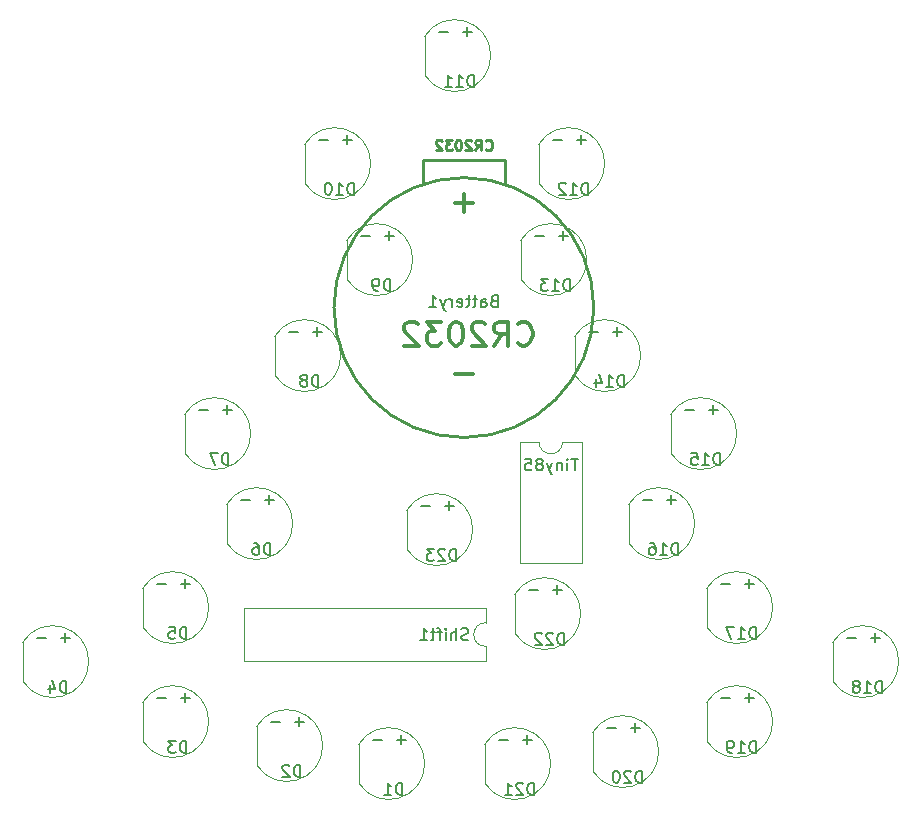
<source format=gbr>
G04 #@! TF.GenerationSoftware,KiCad,Pcbnew,(5.0.0)*
G04 #@! TF.CreationDate,2019-09-06T15:04:35-04:00*
G04 #@! TF.ProjectId,Christmas Tree,4368726973746D617320547265652E6B,rev?*
G04 #@! TF.SameCoordinates,Original*
G04 #@! TF.FileFunction,Legend,Bot*
G04 #@! TF.FilePolarity,Positive*
%FSLAX46Y46*%
G04 Gerber Fmt 4.6, Leading zero omitted, Abs format (unit mm)*
G04 Created by KiCad (PCBNEW (5.0.0)) date 09/06/19 15:04:35*
%MOMM*%
%LPD*%
G01*
G04 APERTURE LIST*
%ADD10C,0.220000*%
%ADD11C,0.250000*%
%ADD12C,0.120000*%
%ADD13C,0.150000*%
%ADD14C,0.300000*%
G04 APERTURE END LIST*
D10*
X134939809Y-79054285D02*
X134981714Y-79096190D01*
X135107428Y-79138095D01*
X135191238Y-79138095D01*
X135316952Y-79096190D01*
X135400761Y-79012380D01*
X135442666Y-78928571D01*
X135484571Y-78760952D01*
X135484571Y-78635238D01*
X135442666Y-78467619D01*
X135400761Y-78383809D01*
X135316952Y-78300000D01*
X135191238Y-78258095D01*
X135107428Y-78258095D01*
X134981714Y-78300000D01*
X134939809Y-78341904D01*
X134059809Y-79138095D02*
X134353142Y-78719047D01*
X134562666Y-79138095D02*
X134562666Y-78258095D01*
X134227428Y-78258095D01*
X134143619Y-78300000D01*
X134101714Y-78341904D01*
X134059809Y-78425714D01*
X134059809Y-78551428D01*
X134101714Y-78635238D01*
X134143619Y-78677142D01*
X134227428Y-78719047D01*
X134562666Y-78719047D01*
X133724571Y-78341904D02*
X133682666Y-78300000D01*
X133598857Y-78258095D01*
X133389333Y-78258095D01*
X133305523Y-78300000D01*
X133263619Y-78341904D01*
X133221714Y-78425714D01*
X133221714Y-78509523D01*
X133263619Y-78635238D01*
X133766476Y-79138095D01*
X133221714Y-79138095D01*
X132676952Y-78258095D02*
X132593142Y-78258095D01*
X132509333Y-78300000D01*
X132467428Y-78341904D01*
X132425523Y-78425714D01*
X132383619Y-78593333D01*
X132383619Y-78802857D01*
X132425523Y-78970476D01*
X132467428Y-79054285D01*
X132509333Y-79096190D01*
X132593142Y-79138095D01*
X132676952Y-79138095D01*
X132760761Y-79096190D01*
X132802666Y-79054285D01*
X132844571Y-78970476D01*
X132886476Y-78802857D01*
X132886476Y-78593333D01*
X132844571Y-78425714D01*
X132802666Y-78341904D01*
X132760761Y-78300000D01*
X132676952Y-78258095D01*
X132090285Y-78258095D02*
X131545523Y-78258095D01*
X131838857Y-78593333D01*
X131713142Y-78593333D01*
X131629333Y-78635238D01*
X131587428Y-78677142D01*
X131545523Y-78760952D01*
X131545523Y-78970476D01*
X131587428Y-79054285D01*
X131629333Y-79096190D01*
X131713142Y-79138095D01*
X131964571Y-79138095D01*
X132048380Y-79096190D01*
X132090285Y-79054285D01*
X131210285Y-78341904D02*
X131168380Y-78300000D01*
X131084571Y-78258095D01*
X130875047Y-78258095D01*
X130791238Y-78300000D01*
X130749333Y-78341904D01*
X130707428Y-78425714D01*
X130707428Y-78509523D01*
X130749333Y-78635238D01*
X131252190Y-79138095D01*
X130707428Y-79138095D01*
D11*
G04 #@! TO.C,Battery1*
X133096000Y-79956000D02*
X129596000Y-79956000D01*
X129596000Y-79956000D02*
X129596000Y-81956000D01*
X133096000Y-79956000D02*
X136096000Y-79956000D01*
X136096000Y-79956000D02*
X136596000Y-79956000D01*
X136596000Y-79956000D02*
X136596000Y-81956000D01*
X144096000Y-92456000D02*
G75*
G03X144096000Y-92456000I-11000000J0D01*
G01*
D12*
G04 #@! TO.C,Tiny85*
X139462000Y-103826000D02*
G75*
G03X141462000Y-103826000I1000000J0D01*
G01*
X141462000Y-103826000D02*
X143112000Y-103826000D01*
X143112000Y-103826000D02*
X143112000Y-114106000D01*
X143112000Y-114106000D02*
X137812000Y-114106000D01*
X137812000Y-114106000D02*
X137812000Y-103826000D01*
X137812000Y-103826000D02*
X139462000Y-103826000D01*
G04 #@! TO.C,D1*
X129785999Y-131065958D02*
G75*
G03X124186000Y-129424488I-3039999J1958D01*
G01*
X129785999Y-131062042D02*
G75*
G02X124186000Y-132703512I-3039999J-1958D01*
G01*
X124186000Y-129424488D02*
X124186000Y-132704488D01*
G04 #@! TO.C,D2*
X115550000Y-127900488D02*
X115550000Y-131180488D01*
X121149999Y-129538042D02*
G75*
G02X115550000Y-131179512I-3039999J-1958D01*
G01*
X121149999Y-129541958D02*
G75*
G03X115550000Y-127900488I-3039999J1958D01*
G01*
G04 #@! TO.C,D3*
X111497999Y-127509958D02*
G75*
G03X105898000Y-125868488I-3039999J1958D01*
G01*
X111497999Y-127506042D02*
G75*
G02X105898000Y-129147512I-3039999J-1958D01*
G01*
X105898000Y-125868488D02*
X105898000Y-129148488D01*
G04 #@! TO.C,D4*
X95738000Y-120788488D02*
X95738000Y-124068488D01*
X101337999Y-122426042D02*
G75*
G02X95738000Y-124067512I-3039999J-1958D01*
G01*
X101337999Y-122429958D02*
G75*
G03X95738000Y-120788488I-3039999J1958D01*
G01*
G04 #@! TO.C,D5*
X111497999Y-117857958D02*
G75*
G03X105898000Y-116216488I-3039999J1958D01*
G01*
X111497999Y-117854042D02*
G75*
G02X105898000Y-119495512I-3039999J-1958D01*
G01*
X105898000Y-116216488D02*
X105898000Y-119496488D01*
G04 #@! TO.C,D6*
X113010000Y-109104488D02*
X113010000Y-112384488D01*
X118609999Y-110742042D02*
G75*
G02X113010000Y-112383512I-3039999J-1958D01*
G01*
X118609999Y-110745958D02*
G75*
G03X113010000Y-109104488I-3039999J1958D01*
G01*
G04 #@! TO.C,D7*
X115053999Y-103125958D02*
G75*
G03X109454000Y-101484488I-3039999J1958D01*
G01*
X115053999Y-103122042D02*
G75*
G02X109454000Y-104763512I-3039999J-1958D01*
G01*
X109454000Y-101484488D02*
X109454000Y-104764488D01*
G04 #@! TO.C,D8*
X117074000Y-94880488D02*
X117074000Y-98160488D01*
X122673999Y-96518042D02*
G75*
G02X117074000Y-98159512I-3039999J-1958D01*
G01*
X122673999Y-96521958D02*
G75*
G03X117074000Y-94880488I-3039999J1958D01*
G01*
G04 #@! TO.C,D9*
X128769999Y-88393958D02*
G75*
G03X123170000Y-86752488I-3039999J1958D01*
G01*
X128769999Y-88390042D02*
G75*
G02X123170000Y-90031512I-3039999J-1958D01*
G01*
X123170000Y-86752488D02*
X123170000Y-90032488D01*
G04 #@! TO.C,D10*
X125213999Y-80265958D02*
G75*
G03X119614000Y-78624488I-3039999J1958D01*
G01*
X125213999Y-80262042D02*
G75*
G02X119614000Y-81903512I-3039999J-1958D01*
G01*
X119614000Y-78624488D02*
X119614000Y-81904488D01*
G04 #@! TO.C,D11*
X129774000Y-69480488D02*
X129774000Y-72760488D01*
X135373999Y-71118042D02*
G75*
G02X129774000Y-72759512I-3039999J-1958D01*
G01*
X135373999Y-71121958D02*
G75*
G03X129774000Y-69480488I-3039999J1958D01*
G01*
G04 #@! TO.C,D12*
X145025999Y-80265958D02*
G75*
G03X139426000Y-78624488I-3039999J1958D01*
G01*
X145025999Y-80262042D02*
G75*
G02X139426000Y-81903512I-3039999J-1958D01*
G01*
X139426000Y-78624488D02*
X139426000Y-81904488D01*
G04 #@! TO.C,D13*
X137902000Y-86752488D02*
X137902000Y-90032488D01*
X143501999Y-88390042D02*
G75*
G02X137902000Y-90031512I-3039999J-1958D01*
G01*
X143501999Y-88393958D02*
G75*
G03X137902000Y-86752488I-3039999J1958D01*
G01*
G04 #@! TO.C,D14*
X148073999Y-96521958D02*
G75*
G03X142474000Y-94880488I-3039999J1958D01*
G01*
X148073999Y-96518042D02*
G75*
G02X142474000Y-98159512I-3039999J-1958D01*
G01*
X142474000Y-94880488D02*
X142474000Y-98160488D01*
G04 #@! TO.C,D15*
X150602000Y-101484488D02*
X150602000Y-104764488D01*
X156201999Y-103122042D02*
G75*
G02X150602000Y-104763512I-3039999J-1958D01*
G01*
X156201999Y-103125958D02*
G75*
G03X150602000Y-101484488I-3039999J1958D01*
G01*
G04 #@! TO.C,D16*
X152645999Y-110745958D02*
G75*
G03X147046000Y-109104488I-3039999J1958D01*
G01*
X152645999Y-110742042D02*
G75*
G02X147046000Y-112383512I-3039999J-1958D01*
G01*
X147046000Y-109104488D02*
X147046000Y-112384488D01*
G04 #@! TO.C,D17*
X153650000Y-116216488D02*
X153650000Y-119496488D01*
X159249999Y-117854042D02*
G75*
G02X153650000Y-119495512I-3039999J-1958D01*
G01*
X159249999Y-117857958D02*
G75*
G03X153650000Y-116216488I-3039999J1958D01*
G01*
G04 #@! TO.C,D18*
X169917999Y-122429958D02*
G75*
G03X164318000Y-120788488I-3039999J1958D01*
G01*
X169917999Y-122426042D02*
G75*
G02X164318000Y-124067512I-3039999J-1958D01*
G01*
X164318000Y-120788488D02*
X164318000Y-124068488D01*
G04 #@! TO.C,D19*
X153650000Y-125868488D02*
X153650000Y-129148488D01*
X159249999Y-127506042D02*
G75*
G02X153650000Y-129147512I-3039999J-1958D01*
G01*
X159249999Y-127509958D02*
G75*
G03X153650000Y-125868488I-3039999J1958D01*
G01*
G04 #@! TO.C,D20*
X149597999Y-130049958D02*
G75*
G03X143998000Y-128408488I-3039999J1958D01*
G01*
X149597999Y-130046042D02*
G75*
G02X143998000Y-131687512I-3039999J-1958D01*
G01*
X143998000Y-128408488D02*
X143998000Y-131688488D01*
G04 #@! TO.C,D21*
X134854000Y-129424488D02*
X134854000Y-132704488D01*
X140453999Y-131062042D02*
G75*
G02X134854000Y-132703512I-3039999J-1958D01*
G01*
X140453999Y-131065958D02*
G75*
G03X134854000Y-129424488I-3039999J1958D01*
G01*
G04 #@! TO.C,D22*
X137394000Y-116724488D02*
X137394000Y-120004488D01*
X142993999Y-118362042D02*
G75*
G02X137394000Y-120003512I-3039999J-1958D01*
G01*
X142993999Y-118365958D02*
G75*
G03X137394000Y-116724488I-3039999J1958D01*
G01*
G04 #@! TO.C,D23*
X133849999Y-111253958D02*
G75*
G03X128250000Y-109612488I-3039999J1958D01*
G01*
X133849999Y-111250042D02*
G75*
G02X128250000Y-112891512I-3039999J-1958D01*
G01*
X128250000Y-109612488D02*
X128250000Y-112892488D01*
G04 #@! TO.C,Shift1*
X134934000Y-119142000D02*
G75*
G03X134934000Y-121142000I0J-1000000D01*
G01*
X134934000Y-121142000D02*
X134934000Y-122392000D01*
X134934000Y-122392000D02*
X114494000Y-122392000D01*
X114494000Y-122392000D02*
X114494000Y-117892000D01*
X114494000Y-117892000D02*
X134934000Y-117892000D01*
X134934000Y-117892000D02*
X134934000Y-119142000D01*
G04 #@! TO.C,Battery1*
D13*
X135643619Y-91884571D02*
X135500761Y-91932190D01*
X135453142Y-91979809D01*
X135405523Y-92075047D01*
X135405523Y-92217904D01*
X135453142Y-92313142D01*
X135500761Y-92360761D01*
X135596000Y-92408380D01*
X135976952Y-92408380D01*
X135976952Y-91408380D01*
X135643619Y-91408380D01*
X135548380Y-91456000D01*
X135500761Y-91503619D01*
X135453142Y-91598857D01*
X135453142Y-91694095D01*
X135500761Y-91789333D01*
X135548380Y-91836952D01*
X135643619Y-91884571D01*
X135976952Y-91884571D01*
X134548380Y-92408380D02*
X134548380Y-91884571D01*
X134596000Y-91789333D01*
X134691238Y-91741714D01*
X134881714Y-91741714D01*
X134976952Y-91789333D01*
X134548380Y-92360761D02*
X134643619Y-92408380D01*
X134881714Y-92408380D01*
X134976952Y-92360761D01*
X135024571Y-92265523D01*
X135024571Y-92170285D01*
X134976952Y-92075047D01*
X134881714Y-92027428D01*
X134643619Y-92027428D01*
X134548380Y-91979809D01*
X134215047Y-91741714D02*
X133834095Y-91741714D01*
X134072190Y-91408380D02*
X134072190Y-92265523D01*
X134024571Y-92360761D01*
X133929333Y-92408380D01*
X133834095Y-92408380D01*
X133643619Y-91741714D02*
X133262666Y-91741714D01*
X133500761Y-91408380D02*
X133500761Y-92265523D01*
X133453142Y-92360761D01*
X133357904Y-92408380D01*
X133262666Y-92408380D01*
X132548380Y-92360761D02*
X132643619Y-92408380D01*
X132834095Y-92408380D01*
X132929333Y-92360761D01*
X132976952Y-92265523D01*
X132976952Y-91884571D01*
X132929333Y-91789333D01*
X132834095Y-91741714D01*
X132643619Y-91741714D01*
X132548380Y-91789333D01*
X132500761Y-91884571D01*
X132500761Y-91979809D01*
X132976952Y-92075047D01*
X132072190Y-92408380D02*
X132072190Y-91741714D01*
X132072190Y-91932190D02*
X132024571Y-91836952D01*
X131976952Y-91789333D01*
X131881714Y-91741714D01*
X131786476Y-91741714D01*
X131548380Y-91741714D02*
X131310285Y-92408380D01*
X131072190Y-91741714D02*
X131310285Y-92408380D01*
X131405523Y-92646476D01*
X131453142Y-92694095D01*
X131548380Y-92741714D01*
X130167428Y-92408380D02*
X130738857Y-92408380D01*
X130453142Y-92408380D02*
X130453142Y-91408380D01*
X130548380Y-91551238D01*
X130643619Y-91646476D01*
X130738857Y-91694095D01*
D14*
X137670476Y-95484285D02*
X137765714Y-95579523D01*
X138051428Y-95674761D01*
X138241904Y-95674761D01*
X138527619Y-95579523D01*
X138718095Y-95389047D01*
X138813333Y-95198571D01*
X138908571Y-94817619D01*
X138908571Y-94531904D01*
X138813333Y-94150952D01*
X138718095Y-93960476D01*
X138527619Y-93770000D01*
X138241904Y-93674761D01*
X138051428Y-93674761D01*
X137765714Y-93770000D01*
X137670476Y-93865238D01*
X135670476Y-95674761D02*
X136337142Y-94722380D01*
X136813333Y-95674761D02*
X136813333Y-93674761D01*
X136051428Y-93674761D01*
X135860952Y-93770000D01*
X135765714Y-93865238D01*
X135670476Y-94055714D01*
X135670476Y-94341428D01*
X135765714Y-94531904D01*
X135860952Y-94627142D01*
X136051428Y-94722380D01*
X136813333Y-94722380D01*
X134908571Y-93865238D02*
X134813333Y-93770000D01*
X134622857Y-93674761D01*
X134146666Y-93674761D01*
X133956190Y-93770000D01*
X133860952Y-93865238D01*
X133765714Y-94055714D01*
X133765714Y-94246190D01*
X133860952Y-94531904D01*
X135003809Y-95674761D01*
X133765714Y-95674761D01*
X132527619Y-93674761D02*
X132337142Y-93674761D01*
X132146666Y-93770000D01*
X132051428Y-93865238D01*
X131956190Y-94055714D01*
X131860952Y-94436666D01*
X131860952Y-94912857D01*
X131956190Y-95293809D01*
X132051428Y-95484285D01*
X132146666Y-95579523D01*
X132337142Y-95674761D01*
X132527619Y-95674761D01*
X132718095Y-95579523D01*
X132813333Y-95484285D01*
X132908571Y-95293809D01*
X133003809Y-94912857D01*
X133003809Y-94436666D01*
X132908571Y-94055714D01*
X132813333Y-93865238D01*
X132718095Y-93770000D01*
X132527619Y-93674761D01*
X131194285Y-93674761D02*
X129956190Y-93674761D01*
X130622857Y-94436666D01*
X130337142Y-94436666D01*
X130146666Y-94531904D01*
X130051428Y-94627142D01*
X129956190Y-94817619D01*
X129956190Y-95293809D01*
X130051428Y-95484285D01*
X130146666Y-95579523D01*
X130337142Y-95674761D01*
X130908571Y-95674761D01*
X131099047Y-95579523D01*
X131194285Y-95484285D01*
X129194285Y-93865238D02*
X129099047Y-93770000D01*
X128908571Y-93674761D01*
X128432380Y-93674761D01*
X128241904Y-93770000D01*
X128146666Y-93865238D01*
X128051428Y-94055714D01*
X128051428Y-94246190D01*
X128146666Y-94531904D01*
X129289523Y-95674761D01*
X128051428Y-95674761D01*
X133857904Y-98098857D02*
X132334095Y-98098857D01*
X133857904Y-83598857D02*
X132334095Y-83598857D01*
X133096000Y-84360761D02*
X133096000Y-82836952D01*
G04 #@! TO.C,Tiny85*
D13*
X142771523Y-105243380D02*
X142200095Y-105243380D01*
X142485809Y-106243380D02*
X142485809Y-105243380D01*
X141866761Y-106243380D02*
X141866761Y-105576714D01*
X141866761Y-105243380D02*
X141914380Y-105291000D01*
X141866761Y-105338619D01*
X141819142Y-105291000D01*
X141866761Y-105243380D01*
X141866761Y-105338619D01*
X141390571Y-105576714D02*
X141390571Y-106243380D01*
X141390571Y-105671952D02*
X141342952Y-105624333D01*
X141247714Y-105576714D01*
X141104857Y-105576714D01*
X141009619Y-105624333D01*
X140962000Y-105719571D01*
X140962000Y-106243380D01*
X140581047Y-105576714D02*
X140342952Y-106243380D01*
X140104857Y-105576714D02*
X140342952Y-106243380D01*
X140438190Y-106481476D01*
X140485809Y-106529095D01*
X140581047Y-106576714D01*
X139581047Y-105671952D02*
X139676285Y-105624333D01*
X139723904Y-105576714D01*
X139771523Y-105481476D01*
X139771523Y-105433857D01*
X139723904Y-105338619D01*
X139676285Y-105291000D01*
X139581047Y-105243380D01*
X139390571Y-105243380D01*
X139295333Y-105291000D01*
X139247714Y-105338619D01*
X139200095Y-105433857D01*
X139200095Y-105481476D01*
X139247714Y-105576714D01*
X139295333Y-105624333D01*
X139390571Y-105671952D01*
X139581047Y-105671952D01*
X139676285Y-105719571D01*
X139723904Y-105767190D01*
X139771523Y-105862428D01*
X139771523Y-106052904D01*
X139723904Y-106148142D01*
X139676285Y-106195761D01*
X139581047Y-106243380D01*
X139390571Y-106243380D01*
X139295333Y-106195761D01*
X139247714Y-106148142D01*
X139200095Y-106052904D01*
X139200095Y-105862428D01*
X139247714Y-105767190D01*
X139295333Y-105719571D01*
X139390571Y-105671952D01*
X138295333Y-105243380D02*
X138771523Y-105243380D01*
X138819142Y-105719571D01*
X138771523Y-105671952D01*
X138676285Y-105624333D01*
X138438190Y-105624333D01*
X138342952Y-105671952D01*
X138295333Y-105719571D01*
X138247714Y-105814809D01*
X138247714Y-106052904D01*
X138295333Y-106148142D01*
X138342952Y-106195761D01*
X138438190Y-106243380D01*
X138676285Y-106243380D01*
X138771523Y-106195761D01*
X138819142Y-106148142D01*
G04 #@! TO.C,D1*
X127890495Y-133700780D02*
X127890495Y-132700780D01*
X127652400Y-132700780D01*
X127509542Y-132748400D01*
X127414304Y-132843638D01*
X127366685Y-132938876D01*
X127319066Y-133129352D01*
X127319066Y-133272209D01*
X127366685Y-133462685D01*
X127414304Y-133557923D01*
X127509542Y-133653161D01*
X127652400Y-133700780D01*
X127890495Y-133700780D01*
X126366685Y-133700780D02*
X126938114Y-133700780D01*
X126652400Y-133700780D02*
X126652400Y-132700780D01*
X126747638Y-132843638D01*
X126842876Y-132938876D01*
X126938114Y-132986495D01*
X128177752Y-129052628D02*
X127415847Y-129052628D01*
X127796800Y-129433580D02*
X127796800Y-128671676D01*
X126177752Y-129052628D02*
X125415847Y-129052628D01*
G04 #@! TO.C,D2*
X119254495Y-132176780D02*
X119254495Y-131176780D01*
X119016400Y-131176780D01*
X118873542Y-131224400D01*
X118778304Y-131319638D01*
X118730685Y-131414876D01*
X118683066Y-131605352D01*
X118683066Y-131748209D01*
X118730685Y-131938685D01*
X118778304Y-132033923D01*
X118873542Y-132129161D01*
X119016400Y-132176780D01*
X119254495Y-132176780D01*
X118302114Y-131272019D02*
X118254495Y-131224400D01*
X118159257Y-131176780D01*
X117921161Y-131176780D01*
X117825923Y-131224400D01*
X117778304Y-131272019D01*
X117730685Y-131367257D01*
X117730685Y-131462495D01*
X117778304Y-131605352D01*
X118349733Y-132176780D01*
X117730685Y-132176780D01*
X119541752Y-127528628D02*
X118779847Y-127528628D01*
X119160800Y-127909580D02*
X119160800Y-127147676D01*
X117541752Y-127528628D02*
X116779847Y-127528628D01*
G04 #@! TO.C,D3*
X109602495Y-130144780D02*
X109602495Y-129144780D01*
X109364400Y-129144780D01*
X109221542Y-129192400D01*
X109126304Y-129287638D01*
X109078685Y-129382876D01*
X109031066Y-129573352D01*
X109031066Y-129716209D01*
X109078685Y-129906685D01*
X109126304Y-130001923D01*
X109221542Y-130097161D01*
X109364400Y-130144780D01*
X109602495Y-130144780D01*
X108697733Y-129144780D02*
X108078685Y-129144780D01*
X108412019Y-129525733D01*
X108269161Y-129525733D01*
X108173923Y-129573352D01*
X108126304Y-129620971D01*
X108078685Y-129716209D01*
X108078685Y-129954304D01*
X108126304Y-130049542D01*
X108173923Y-130097161D01*
X108269161Y-130144780D01*
X108554876Y-130144780D01*
X108650114Y-130097161D01*
X108697733Y-130049542D01*
X109889752Y-125496628D02*
X109127847Y-125496628D01*
X109508800Y-125877580D02*
X109508800Y-125115676D01*
X107889752Y-125496628D02*
X107127847Y-125496628D01*
G04 #@! TO.C,D4*
X99442495Y-125064780D02*
X99442495Y-124064780D01*
X99204400Y-124064780D01*
X99061542Y-124112400D01*
X98966304Y-124207638D01*
X98918685Y-124302876D01*
X98871066Y-124493352D01*
X98871066Y-124636209D01*
X98918685Y-124826685D01*
X98966304Y-124921923D01*
X99061542Y-125017161D01*
X99204400Y-125064780D01*
X99442495Y-125064780D01*
X98013923Y-124398114D02*
X98013923Y-125064780D01*
X98252019Y-124017161D02*
X98490114Y-124731447D01*
X97871066Y-124731447D01*
X99729752Y-120416628D02*
X98967847Y-120416628D01*
X99348800Y-120797580D02*
X99348800Y-120035676D01*
X97729752Y-120416628D02*
X96967847Y-120416628D01*
G04 #@! TO.C,D5*
X109602495Y-120492780D02*
X109602495Y-119492780D01*
X109364400Y-119492780D01*
X109221542Y-119540400D01*
X109126304Y-119635638D01*
X109078685Y-119730876D01*
X109031066Y-119921352D01*
X109031066Y-120064209D01*
X109078685Y-120254685D01*
X109126304Y-120349923D01*
X109221542Y-120445161D01*
X109364400Y-120492780D01*
X109602495Y-120492780D01*
X108126304Y-119492780D02*
X108602495Y-119492780D01*
X108650114Y-119968971D01*
X108602495Y-119921352D01*
X108507257Y-119873733D01*
X108269161Y-119873733D01*
X108173923Y-119921352D01*
X108126304Y-119968971D01*
X108078685Y-120064209D01*
X108078685Y-120302304D01*
X108126304Y-120397542D01*
X108173923Y-120445161D01*
X108269161Y-120492780D01*
X108507257Y-120492780D01*
X108602495Y-120445161D01*
X108650114Y-120397542D01*
X109889752Y-115844628D02*
X109127847Y-115844628D01*
X109508800Y-116225580D02*
X109508800Y-115463676D01*
X107889752Y-115844628D02*
X107127847Y-115844628D01*
G04 #@! TO.C,D6*
X116714495Y-113380780D02*
X116714495Y-112380780D01*
X116476400Y-112380780D01*
X116333542Y-112428400D01*
X116238304Y-112523638D01*
X116190685Y-112618876D01*
X116143066Y-112809352D01*
X116143066Y-112952209D01*
X116190685Y-113142685D01*
X116238304Y-113237923D01*
X116333542Y-113333161D01*
X116476400Y-113380780D01*
X116714495Y-113380780D01*
X115285923Y-112380780D02*
X115476400Y-112380780D01*
X115571638Y-112428400D01*
X115619257Y-112476019D01*
X115714495Y-112618876D01*
X115762114Y-112809352D01*
X115762114Y-113190304D01*
X115714495Y-113285542D01*
X115666876Y-113333161D01*
X115571638Y-113380780D01*
X115381161Y-113380780D01*
X115285923Y-113333161D01*
X115238304Y-113285542D01*
X115190685Y-113190304D01*
X115190685Y-112952209D01*
X115238304Y-112856971D01*
X115285923Y-112809352D01*
X115381161Y-112761733D01*
X115571638Y-112761733D01*
X115666876Y-112809352D01*
X115714495Y-112856971D01*
X115762114Y-112952209D01*
X117001752Y-108732628D02*
X116239847Y-108732628D01*
X116620800Y-109113580D02*
X116620800Y-108351676D01*
X115001752Y-108732628D02*
X114239847Y-108732628D01*
G04 #@! TO.C,D7*
X113158495Y-105760780D02*
X113158495Y-104760780D01*
X112920400Y-104760780D01*
X112777542Y-104808400D01*
X112682304Y-104903638D01*
X112634685Y-104998876D01*
X112587066Y-105189352D01*
X112587066Y-105332209D01*
X112634685Y-105522685D01*
X112682304Y-105617923D01*
X112777542Y-105713161D01*
X112920400Y-105760780D01*
X113158495Y-105760780D01*
X112253733Y-104760780D02*
X111587066Y-104760780D01*
X112015638Y-105760780D01*
X113445752Y-101112628D02*
X112683847Y-101112628D01*
X113064800Y-101493580D02*
X113064800Y-100731676D01*
X111445752Y-101112628D02*
X110683847Y-101112628D01*
G04 #@! TO.C,D8*
X120778495Y-99156780D02*
X120778495Y-98156780D01*
X120540400Y-98156780D01*
X120397542Y-98204400D01*
X120302304Y-98299638D01*
X120254685Y-98394876D01*
X120207066Y-98585352D01*
X120207066Y-98728209D01*
X120254685Y-98918685D01*
X120302304Y-99013923D01*
X120397542Y-99109161D01*
X120540400Y-99156780D01*
X120778495Y-99156780D01*
X119635638Y-98585352D02*
X119730876Y-98537733D01*
X119778495Y-98490114D01*
X119826114Y-98394876D01*
X119826114Y-98347257D01*
X119778495Y-98252019D01*
X119730876Y-98204400D01*
X119635638Y-98156780D01*
X119445161Y-98156780D01*
X119349923Y-98204400D01*
X119302304Y-98252019D01*
X119254685Y-98347257D01*
X119254685Y-98394876D01*
X119302304Y-98490114D01*
X119349923Y-98537733D01*
X119445161Y-98585352D01*
X119635638Y-98585352D01*
X119730876Y-98632971D01*
X119778495Y-98680590D01*
X119826114Y-98775828D01*
X119826114Y-98966304D01*
X119778495Y-99061542D01*
X119730876Y-99109161D01*
X119635638Y-99156780D01*
X119445161Y-99156780D01*
X119349923Y-99109161D01*
X119302304Y-99061542D01*
X119254685Y-98966304D01*
X119254685Y-98775828D01*
X119302304Y-98680590D01*
X119349923Y-98632971D01*
X119445161Y-98585352D01*
X121065752Y-94508628D02*
X120303847Y-94508628D01*
X120684800Y-94889580D02*
X120684800Y-94127676D01*
X119065752Y-94508628D02*
X118303847Y-94508628D01*
G04 #@! TO.C,D9*
X126874495Y-91028780D02*
X126874495Y-90028780D01*
X126636400Y-90028780D01*
X126493542Y-90076400D01*
X126398304Y-90171638D01*
X126350685Y-90266876D01*
X126303066Y-90457352D01*
X126303066Y-90600209D01*
X126350685Y-90790685D01*
X126398304Y-90885923D01*
X126493542Y-90981161D01*
X126636400Y-91028780D01*
X126874495Y-91028780D01*
X125826876Y-91028780D02*
X125636400Y-91028780D01*
X125541161Y-90981161D01*
X125493542Y-90933542D01*
X125398304Y-90790685D01*
X125350685Y-90600209D01*
X125350685Y-90219257D01*
X125398304Y-90124019D01*
X125445923Y-90076400D01*
X125541161Y-90028780D01*
X125731638Y-90028780D01*
X125826876Y-90076400D01*
X125874495Y-90124019D01*
X125922114Y-90219257D01*
X125922114Y-90457352D01*
X125874495Y-90552590D01*
X125826876Y-90600209D01*
X125731638Y-90647828D01*
X125541161Y-90647828D01*
X125445923Y-90600209D01*
X125398304Y-90552590D01*
X125350685Y-90457352D01*
X127161752Y-86380628D02*
X126399847Y-86380628D01*
X126780800Y-86761580D02*
X126780800Y-85999676D01*
X125161752Y-86380628D02*
X124399847Y-86380628D01*
G04 #@! TO.C,D10*
X123794685Y-82900780D02*
X123794685Y-81900780D01*
X123556590Y-81900780D01*
X123413733Y-81948400D01*
X123318495Y-82043638D01*
X123270876Y-82138876D01*
X123223257Y-82329352D01*
X123223257Y-82472209D01*
X123270876Y-82662685D01*
X123318495Y-82757923D01*
X123413733Y-82853161D01*
X123556590Y-82900780D01*
X123794685Y-82900780D01*
X122270876Y-82900780D02*
X122842304Y-82900780D01*
X122556590Y-82900780D02*
X122556590Y-81900780D01*
X122651828Y-82043638D01*
X122747066Y-82138876D01*
X122842304Y-82186495D01*
X121651828Y-81900780D02*
X121556590Y-81900780D01*
X121461352Y-81948400D01*
X121413733Y-81996019D01*
X121366114Y-82091257D01*
X121318495Y-82281733D01*
X121318495Y-82519828D01*
X121366114Y-82710304D01*
X121413733Y-82805542D01*
X121461352Y-82853161D01*
X121556590Y-82900780D01*
X121651828Y-82900780D01*
X121747066Y-82853161D01*
X121794685Y-82805542D01*
X121842304Y-82710304D01*
X121889923Y-82519828D01*
X121889923Y-82281733D01*
X121842304Y-82091257D01*
X121794685Y-81996019D01*
X121747066Y-81948400D01*
X121651828Y-81900780D01*
X123605752Y-78252628D02*
X122843847Y-78252628D01*
X123224800Y-78633580D02*
X123224800Y-77871676D01*
X121605752Y-78252628D02*
X120843847Y-78252628D01*
G04 #@! TO.C,D11*
X133954685Y-73756780D02*
X133954685Y-72756780D01*
X133716590Y-72756780D01*
X133573733Y-72804400D01*
X133478495Y-72899638D01*
X133430876Y-72994876D01*
X133383257Y-73185352D01*
X133383257Y-73328209D01*
X133430876Y-73518685D01*
X133478495Y-73613923D01*
X133573733Y-73709161D01*
X133716590Y-73756780D01*
X133954685Y-73756780D01*
X132430876Y-73756780D02*
X133002304Y-73756780D01*
X132716590Y-73756780D02*
X132716590Y-72756780D01*
X132811828Y-72899638D01*
X132907066Y-72994876D01*
X133002304Y-73042495D01*
X131478495Y-73756780D02*
X132049923Y-73756780D01*
X131764209Y-73756780D02*
X131764209Y-72756780D01*
X131859447Y-72899638D01*
X131954685Y-72994876D01*
X132049923Y-73042495D01*
X133765752Y-69108628D02*
X133003847Y-69108628D01*
X133384800Y-69489580D02*
X133384800Y-68727676D01*
X131765752Y-69108628D02*
X131003847Y-69108628D01*
G04 #@! TO.C,D12*
X143606685Y-82900780D02*
X143606685Y-81900780D01*
X143368590Y-81900780D01*
X143225733Y-81948400D01*
X143130495Y-82043638D01*
X143082876Y-82138876D01*
X143035257Y-82329352D01*
X143035257Y-82472209D01*
X143082876Y-82662685D01*
X143130495Y-82757923D01*
X143225733Y-82853161D01*
X143368590Y-82900780D01*
X143606685Y-82900780D01*
X142082876Y-82900780D02*
X142654304Y-82900780D01*
X142368590Y-82900780D02*
X142368590Y-81900780D01*
X142463828Y-82043638D01*
X142559066Y-82138876D01*
X142654304Y-82186495D01*
X141701923Y-81996019D02*
X141654304Y-81948400D01*
X141559066Y-81900780D01*
X141320971Y-81900780D01*
X141225733Y-81948400D01*
X141178114Y-81996019D01*
X141130495Y-82091257D01*
X141130495Y-82186495D01*
X141178114Y-82329352D01*
X141749542Y-82900780D01*
X141130495Y-82900780D01*
X143417752Y-78252628D02*
X142655847Y-78252628D01*
X143036800Y-78633580D02*
X143036800Y-77871676D01*
X141417752Y-78252628D02*
X140655847Y-78252628D01*
G04 #@! TO.C,D13*
X142082685Y-91028780D02*
X142082685Y-90028780D01*
X141844590Y-90028780D01*
X141701733Y-90076400D01*
X141606495Y-90171638D01*
X141558876Y-90266876D01*
X141511257Y-90457352D01*
X141511257Y-90600209D01*
X141558876Y-90790685D01*
X141606495Y-90885923D01*
X141701733Y-90981161D01*
X141844590Y-91028780D01*
X142082685Y-91028780D01*
X140558876Y-91028780D02*
X141130304Y-91028780D01*
X140844590Y-91028780D02*
X140844590Y-90028780D01*
X140939828Y-90171638D01*
X141035066Y-90266876D01*
X141130304Y-90314495D01*
X140225542Y-90028780D02*
X139606495Y-90028780D01*
X139939828Y-90409733D01*
X139796971Y-90409733D01*
X139701733Y-90457352D01*
X139654114Y-90504971D01*
X139606495Y-90600209D01*
X139606495Y-90838304D01*
X139654114Y-90933542D01*
X139701733Y-90981161D01*
X139796971Y-91028780D01*
X140082685Y-91028780D01*
X140177923Y-90981161D01*
X140225542Y-90933542D01*
X141893752Y-86380628D02*
X141131847Y-86380628D01*
X141512800Y-86761580D02*
X141512800Y-85999676D01*
X139893752Y-86380628D02*
X139131847Y-86380628D01*
G04 #@! TO.C,D14*
X146654685Y-99156780D02*
X146654685Y-98156780D01*
X146416590Y-98156780D01*
X146273733Y-98204400D01*
X146178495Y-98299638D01*
X146130876Y-98394876D01*
X146083257Y-98585352D01*
X146083257Y-98728209D01*
X146130876Y-98918685D01*
X146178495Y-99013923D01*
X146273733Y-99109161D01*
X146416590Y-99156780D01*
X146654685Y-99156780D01*
X145130876Y-99156780D02*
X145702304Y-99156780D01*
X145416590Y-99156780D02*
X145416590Y-98156780D01*
X145511828Y-98299638D01*
X145607066Y-98394876D01*
X145702304Y-98442495D01*
X144273733Y-98490114D02*
X144273733Y-99156780D01*
X144511828Y-98109161D02*
X144749923Y-98823447D01*
X144130876Y-98823447D01*
X146465752Y-94508628D02*
X145703847Y-94508628D01*
X146084800Y-94889580D02*
X146084800Y-94127676D01*
X144465752Y-94508628D02*
X143703847Y-94508628D01*
G04 #@! TO.C,D15*
X154782685Y-105760780D02*
X154782685Y-104760780D01*
X154544590Y-104760780D01*
X154401733Y-104808400D01*
X154306495Y-104903638D01*
X154258876Y-104998876D01*
X154211257Y-105189352D01*
X154211257Y-105332209D01*
X154258876Y-105522685D01*
X154306495Y-105617923D01*
X154401733Y-105713161D01*
X154544590Y-105760780D01*
X154782685Y-105760780D01*
X153258876Y-105760780D02*
X153830304Y-105760780D01*
X153544590Y-105760780D02*
X153544590Y-104760780D01*
X153639828Y-104903638D01*
X153735066Y-104998876D01*
X153830304Y-105046495D01*
X152354114Y-104760780D02*
X152830304Y-104760780D01*
X152877923Y-105236971D01*
X152830304Y-105189352D01*
X152735066Y-105141733D01*
X152496971Y-105141733D01*
X152401733Y-105189352D01*
X152354114Y-105236971D01*
X152306495Y-105332209D01*
X152306495Y-105570304D01*
X152354114Y-105665542D01*
X152401733Y-105713161D01*
X152496971Y-105760780D01*
X152735066Y-105760780D01*
X152830304Y-105713161D01*
X152877923Y-105665542D01*
X154593752Y-101112628D02*
X153831847Y-101112628D01*
X154212800Y-101493580D02*
X154212800Y-100731676D01*
X152593752Y-101112628D02*
X151831847Y-101112628D01*
G04 #@! TO.C,D16*
X151226685Y-113380780D02*
X151226685Y-112380780D01*
X150988590Y-112380780D01*
X150845733Y-112428400D01*
X150750495Y-112523638D01*
X150702876Y-112618876D01*
X150655257Y-112809352D01*
X150655257Y-112952209D01*
X150702876Y-113142685D01*
X150750495Y-113237923D01*
X150845733Y-113333161D01*
X150988590Y-113380780D01*
X151226685Y-113380780D01*
X149702876Y-113380780D02*
X150274304Y-113380780D01*
X149988590Y-113380780D02*
X149988590Y-112380780D01*
X150083828Y-112523638D01*
X150179066Y-112618876D01*
X150274304Y-112666495D01*
X148845733Y-112380780D02*
X149036209Y-112380780D01*
X149131447Y-112428400D01*
X149179066Y-112476019D01*
X149274304Y-112618876D01*
X149321923Y-112809352D01*
X149321923Y-113190304D01*
X149274304Y-113285542D01*
X149226685Y-113333161D01*
X149131447Y-113380780D01*
X148940971Y-113380780D01*
X148845733Y-113333161D01*
X148798114Y-113285542D01*
X148750495Y-113190304D01*
X148750495Y-112952209D01*
X148798114Y-112856971D01*
X148845733Y-112809352D01*
X148940971Y-112761733D01*
X149131447Y-112761733D01*
X149226685Y-112809352D01*
X149274304Y-112856971D01*
X149321923Y-112952209D01*
X151037752Y-108732628D02*
X150275847Y-108732628D01*
X150656800Y-109113580D02*
X150656800Y-108351676D01*
X149037752Y-108732628D02*
X148275847Y-108732628D01*
G04 #@! TO.C,D17*
X157830685Y-120492780D02*
X157830685Y-119492780D01*
X157592590Y-119492780D01*
X157449733Y-119540400D01*
X157354495Y-119635638D01*
X157306876Y-119730876D01*
X157259257Y-119921352D01*
X157259257Y-120064209D01*
X157306876Y-120254685D01*
X157354495Y-120349923D01*
X157449733Y-120445161D01*
X157592590Y-120492780D01*
X157830685Y-120492780D01*
X156306876Y-120492780D02*
X156878304Y-120492780D01*
X156592590Y-120492780D02*
X156592590Y-119492780D01*
X156687828Y-119635638D01*
X156783066Y-119730876D01*
X156878304Y-119778495D01*
X155973542Y-119492780D02*
X155306876Y-119492780D01*
X155735447Y-120492780D01*
X157641752Y-115844628D02*
X156879847Y-115844628D01*
X157260800Y-116225580D02*
X157260800Y-115463676D01*
X155641752Y-115844628D02*
X154879847Y-115844628D01*
G04 #@! TO.C,D18*
X168498685Y-125064780D02*
X168498685Y-124064780D01*
X168260590Y-124064780D01*
X168117733Y-124112400D01*
X168022495Y-124207638D01*
X167974876Y-124302876D01*
X167927257Y-124493352D01*
X167927257Y-124636209D01*
X167974876Y-124826685D01*
X168022495Y-124921923D01*
X168117733Y-125017161D01*
X168260590Y-125064780D01*
X168498685Y-125064780D01*
X166974876Y-125064780D02*
X167546304Y-125064780D01*
X167260590Y-125064780D02*
X167260590Y-124064780D01*
X167355828Y-124207638D01*
X167451066Y-124302876D01*
X167546304Y-124350495D01*
X166403447Y-124493352D02*
X166498685Y-124445733D01*
X166546304Y-124398114D01*
X166593923Y-124302876D01*
X166593923Y-124255257D01*
X166546304Y-124160019D01*
X166498685Y-124112400D01*
X166403447Y-124064780D01*
X166212971Y-124064780D01*
X166117733Y-124112400D01*
X166070114Y-124160019D01*
X166022495Y-124255257D01*
X166022495Y-124302876D01*
X166070114Y-124398114D01*
X166117733Y-124445733D01*
X166212971Y-124493352D01*
X166403447Y-124493352D01*
X166498685Y-124540971D01*
X166546304Y-124588590D01*
X166593923Y-124683828D01*
X166593923Y-124874304D01*
X166546304Y-124969542D01*
X166498685Y-125017161D01*
X166403447Y-125064780D01*
X166212971Y-125064780D01*
X166117733Y-125017161D01*
X166070114Y-124969542D01*
X166022495Y-124874304D01*
X166022495Y-124683828D01*
X166070114Y-124588590D01*
X166117733Y-124540971D01*
X166212971Y-124493352D01*
X168309752Y-120416628D02*
X167547847Y-120416628D01*
X167928800Y-120797580D02*
X167928800Y-120035676D01*
X166309752Y-120416628D02*
X165547847Y-120416628D01*
G04 #@! TO.C,D19*
X157830685Y-130144780D02*
X157830685Y-129144780D01*
X157592590Y-129144780D01*
X157449733Y-129192400D01*
X157354495Y-129287638D01*
X157306876Y-129382876D01*
X157259257Y-129573352D01*
X157259257Y-129716209D01*
X157306876Y-129906685D01*
X157354495Y-130001923D01*
X157449733Y-130097161D01*
X157592590Y-130144780D01*
X157830685Y-130144780D01*
X156306876Y-130144780D02*
X156878304Y-130144780D01*
X156592590Y-130144780D02*
X156592590Y-129144780D01*
X156687828Y-129287638D01*
X156783066Y-129382876D01*
X156878304Y-129430495D01*
X155830685Y-130144780D02*
X155640209Y-130144780D01*
X155544971Y-130097161D01*
X155497352Y-130049542D01*
X155402114Y-129906685D01*
X155354495Y-129716209D01*
X155354495Y-129335257D01*
X155402114Y-129240019D01*
X155449733Y-129192400D01*
X155544971Y-129144780D01*
X155735447Y-129144780D01*
X155830685Y-129192400D01*
X155878304Y-129240019D01*
X155925923Y-129335257D01*
X155925923Y-129573352D01*
X155878304Y-129668590D01*
X155830685Y-129716209D01*
X155735447Y-129763828D01*
X155544971Y-129763828D01*
X155449733Y-129716209D01*
X155402114Y-129668590D01*
X155354495Y-129573352D01*
X157641752Y-125496628D02*
X156879847Y-125496628D01*
X157260800Y-125877580D02*
X157260800Y-125115676D01*
X155641752Y-125496628D02*
X154879847Y-125496628D01*
G04 #@! TO.C,D20*
X148178685Y-132684780D02*
X148178685Y-131684780D01*
X147940590Y-131684780D01*
X147797733Y-131732400D01*
X147702495Y-131827638D01*
X147654876Y-131922876D01*
X147607257Y-132113352D01*
X147607257Y-132256209D01*
X147654876Y-132446685D01*
X147702495Y-132541923D01*
X147797733Y-132637161D01*
X147940590Y-132684780D01*
X148178685Y-132684780D01*
X147226304Y-131780019D02*
X147178685Y-131732400D01*
X147083447Y-131684780D01*
X146845352Y-131684780D01*
X146750114Y-131732400D01*
X146702495Y-131780019D01*
X146654876Y-131875257D01*
X146654876Y-131970495D01*
X146702495Y-132113352D01*
X147273923Y-132684780D01*
X146654876Y-132684780D01*
X146035828Y-131684780D02*
X145940590Y-131684780D01*
X145845352Y-131732400D01*
X145797733Y-131780019D01*
X145750114Y-131875257D01*
X145702495Y-132065733D01*
X145702495Y-132303828D01*
X145750114Y-132494304D01*
X145797733Y-132589542D01*
X145845352Y-132637161D01*
X145940590Y-132684780D01*
X146035828Y-132684780D01*
X146131066Y-132637161D01*
X146178685Y-132589542D01*
X146226304Y-132494304D01*
X146273923Y-132303828D01*
X146273923Y-132065733D01*
X146226304Y-131875257D01*
X146178685Y-131780019D01*
X146131066Y-131732400D01*
X146035828Y-131684780D01*
X147989752Y-128036628D02*
X147227847Y-128036628D01*
X147608800Y-128417580D02*
X147608800Y-127655676D01*
X145989752Y-128036628D02*
X145227847Y-128036628D01*
G04 #@! TO.C,D21*
X139034685Y-133700780D02*
X139034685Y-132700780D01*
X138796590Y-132700780D01*
X138653733Y-132748400D01*
X138558495Y-132843638D01*
X138510876Y-132938876D01*
X138463257Y-133129352D01*
X138463257Y-133272209D01*
X138510876Y-133462685D01*
X138558495Y-133557923D01*
X138653733Y-133653161D01*
X138796590Y-133700780D01*
X139034685Y-133700780D01*
X138082304Y-132796019D02*
X138034685Y-132748400D01*
X137939447Y-132700780D01*
X137701352Y-132700780D01*
X137606114Y-132748400D01*
X137558495Y-132796019D01*
X137510876Y-132891257D01*
X137510876Y-132986495D01*
X137558495Y-133129352D01*
X138129923Y-133700780D01*
X137510876Y-133700780D01*
X136558495Y-133700780D02*
X137129923Y-133700780D01*
X136844209Y-133700780D02*
X136844209Y-132700780D01*
X136939447Y-132843638D01*
X137034685Y-132938876D01*
X137129923Y-132986495D01*
X138845752Y-129052628D02*
X138083847Y-129052628D01*
X138464800Y-129433580D02*
X138464800Y-128671676D01*
X136845752Y-129052628D02*
X136083847Y-129052628D01*
G04 #@! TO.C,D22*
X141574685Y-121000780D02*
X141574685Y-120000780D01*
X141336590Y-120000780D01*
X141193733Y-120048400D01*
X141098495Y-120143638D01*
X141050876Y-120238876D01*
X141003257Y-120429352D01*
X141003257Y-120572209D01*
X141050876Y-120762685D01*
X141098495Y-120857923D01*
X141193733Y-120953161D01*
X141336590Y-121000780D01*
X141574685Y-121000780D01*
X140622304Y-120096019D02*
X140574685Y-120048400D01*
X140479447Y-120000780D01*
X140241352Y-120000780D01*
X140146114Y-120048400D01*
X140098495Y-120096019D01*
X140050876Y-120191257D01*
X140050876Y-120286495D01*
X140098495Y-120429352D01*
X140669923Y-121000780D01*
X140050876Y-121000780D01*
X139669923Y-120096019D02*
X139622304Y-120048400D01*
X139527066Y-120000780D01*
X139288971Y-120000780D01*
X139193733Y-120048400D01*
X139146114Y-120096019D01*
X139098495Y-120191257D01*
X139098495Y-120286495D01*
X139146114Y-120429352D01*
X139717542Y-121000780D01*
X139098495Y-121000780D01*
X141385752Y-116352628D02*
X140623847Y-116352628D01*
X141004800Y-116733580D02*
X141004800Y-115971676D01*
X139385752Y-116352628D02*
X138623847Y-116352628D01*
G04 #@! TO.C,D23*
X132430685Y-113888780D02*
X132430685Y-112888780D01*
X132192590Y-112888780D01*
X132049733Y-112936400D01*
X131954495Y-113031638D01*
X131906876Y-113126876D01*
X131859257Y-113317352D01*
X131859257Y-113460209D01*
X131906876Y-113650685D01*
X131954495Y-113745923D01*
X132049733Y-113841161D01*
X132192590Y-113888780D01*
X132430685Y-113888780D01*
X131478304Y-112984019D02*
X131430685Y-112936400D01*
X131335447Y-112888780D01*
X131097352Y-112888780D01*
X131002114Y-112936400D01*
X130954495Y-112984019D01*
X130906876Y-113079257D01*
X130906876Y-113174495D01*
X130954495Y-113317352D01*
X131525923Y-113888780D01*
X130906876Y-113888780D01*
X130573542Y-112888780D02*
X129954495Y-112888780D01*
X130287828Y-113269733D01*
X130144971Y-113269733D01*
X130049733Y-113317352D01*
X130002114Y-113364971D01*
X129954495Y-113460209D01*
X129954495Y-113698304D01*
X130002114Y-113793542D01*
X130049733Y-113841161D01*
X130144971Y-113888780D01*
X130430685Y-113888780D01*
X130525923Y-113841161D01*
X130573542Y-113793542D01*
X132241752Y-109240628D02*
X131479847Y-109240628D01*
X131860800Y-109621580D02*
X131860800Y-108859676D01*
X130241752Y-109240628D02*
X129479847Y-109240628D01*
G04 #@! TO.C,Shift1*
X133463809Y-120574761D02*
X133320952Y-120622380D01*
X133082857Y-120622380D01*
X132987619Y-120574761D01*
X132940000Y-120527142D01*
X132892380Y-120431904D01*
X132892380Y-120336666D01*
X132940000Y-120241428D01*
X132987619Y-120193809D01*
X133082857Y-120146190D01*
X133273333Y-120098571D01*
X133368571Y-120050952D01*
X133416190Y-120003333D01*
X133463809Y-119908095D01*
X133463809Y-119812857D01*
X133416190Y-119717619D01*
X133368571Y-119670000D01*
X133273333Y-119622380D01*
X133035238Y-119622380D01*
X132892380Y-119670000D01*
X132463809Y-120622380D02*
X132463809Y-119622380D01*
X132035238Y-120622380D02*
X132035238Y-120098571D01*
X132082857Y-120003333D01*
X132178095Y-119955714D01*
X132320952Y-119955714D01*
X132416190Y-120003333D01*
X132463809Y-120050952D01*
X131559047Y-120622380D02*
X131559047Y-119955714D01*
X131559047Y-119622380D02*
X131606666Y-119670000D01*
X131559047Y-119717619D01*
X131511428Y-119670000D01*
X131559047Y-119622380D01*
X131559047Y-119717619D01*
X131225714Y-119955714D02*
X130844761Y-119955714D01*
X131082857Y-120622380D02*
X131082857Y-119765238D01*
X131035238Y-119670000D01*
X130940000Y-119622380D01*
X130844761Y-119622380D01*
X130654285Y-119955714D02*
X130273333Y-119955714D01*
X130511428Y-119622380D02*
X130511428Y-120479523D01*
X130463809Y-120574761D01*
X130368571Y-120622380D01*
X130273333Y-120622380D01*
X129416190Y-120622380D02*
X129987619Y-120622380D01*
X129701904Y-120622380D02*
X129701904Y-119622380D01*
X129797142Y-119765238D01*
X129892380Y-119860476D01*
X129987619Y-119908095D01*
G04 #@! TD*
M02*

</source>
